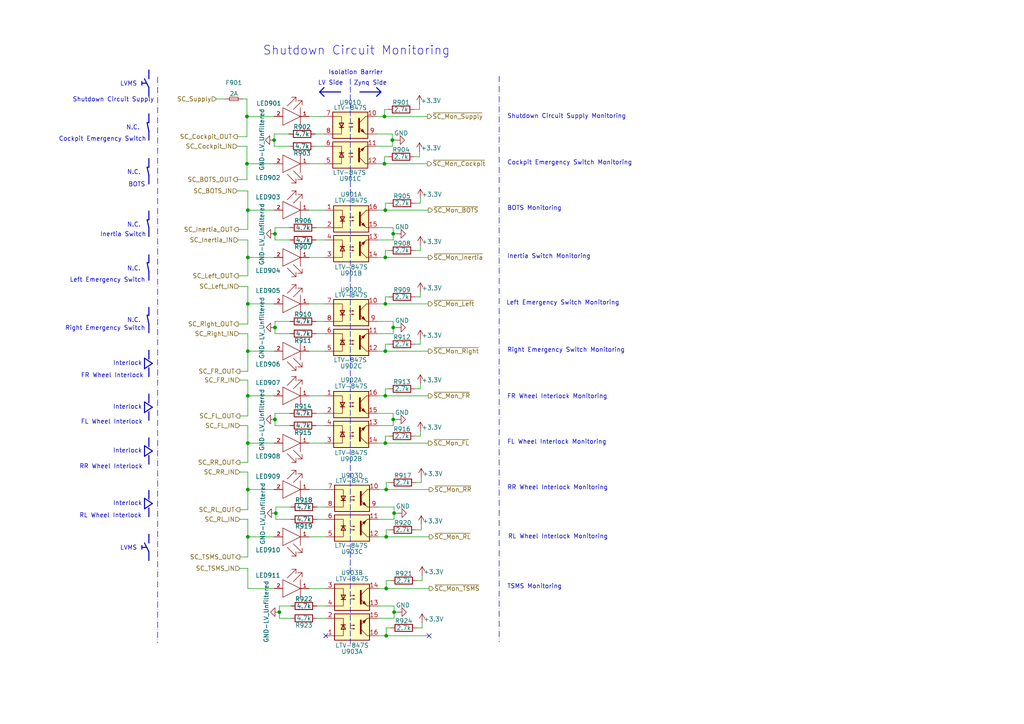
<source format=kicad_sch>
(kicad_sch (version 20231120) (generator "eeschema") (generator_version "8.0")
  (paper "A4")
  (title_block (title "Zynq-Based Master Controller") (date "2020-10-14") (rev "1.0") (company "JFH & SRM"))
  (lib_symbols
    (symbol "Device:Fuse_Small" (pin_numbers hide) (pin_names (offset 0.254) hide)
      (property "Reference" "F" (at 0 -1.524 0))
      (property "Value" "Fuse_Small" (at 0 1.524 0))
      (symbol "Fuse_Small_0_1"
        (rectangle (start -1.27 0.508) (end 1.27 -0.508))
        (polyline (pts (xy -1.27 0) (xy 1.27 0)))
      )
      (symbol "Fuse_Small_1_1"
        (pin passive line (at -2.54 0 0) (length 1.27) (name "~") (number "1"))
        (pin passive line (at 2.54 0 180) (length 1.27) (name "~") (number "2"))
      )
    )
    (symbol "Device:R" (pin_numbers hide) (pin_names (offset 0))
      (property "Reference" "R" (at 2.032 0 90))
      (property "Value" "R" (at 0 0 90))
      (symbol "R_0_1"
        (rectangle (start -1.016 -2.54) (end 1.016 2.54) (stroke (width 0.254)))
      )
      (symbol "R_1_1"
        (pin passive line (at 0 3.81 270) (length 1.27) (name "~") (number "1"))
        (pin passive line (at 0 -3.81 90) (length 1.27) (name "~") (number "2"))
      )
    )
    (symbol "Isolator:LTV-847S" (pin_names (offset 1.016))
      (property "Reference" "U" (at -3.81 5.08 0))
      (property "Value" "LTV-847S" (at 0 -5.08 0))
      (symbol "LTV-847S_0_1"
        (rectangle (start -5.08 3.81) (end 5.08 -3.81) (stroke (width 0.254)) (fill (type background)))
        (polyline (pts (xy -3.175 -0.635) (xy -1.905 -0.635)) (stroke (width 0.254)))
        (polyline (pts (xy 2.54 0.635) (xy 4.445 2.54)))
        (polyline (pts (xy 4.445 -2.54) (xy 2.54 -0.635)) (fill (type outline)))
        (polyline (pts (xy 4.445 -2.54) (xy 5.08 -2.54)))
        (polyline (pts (xy 4.445 2.54) (xy 5.08 2.54)))
        (polyline (pts (xy -2.54 -0.635) (xy -2.54 -2.54) (xy -5.08 -2.54)))
        (polyline (pts (xy 2.54 1.905) (xy 2.54 -1.905) (xy 2.54 -1.905)) (stroke (width 0.508)))
        (polyline (pts (xy -5.08 2.54) (xy -2.54 2.54) (xy -2.54 -1.27) (xy -2.54 0.635)))
        (polyline (pts (xy -2.54 -0.635) (xy -3.175 0.635) (xy -1.905 0.635) (xy -2.54 -0.635)) (stroke (width 0.254)))
        (polyline (pts (xy -0.508 -0.508) (xy 0.762 -0.508) (xy 0.381 -0.635) (xy 0.381 -0.381) (xy 0.762 -0.508)))
        (polyline (pts (xy -0.508 0.508) (xy 0.762 0.508) (xy 0.381 0.381) (xy 0.381 0.635) (xy 0.762 0.508)))
        (polyline (pts (xy 3.048 -1.651) (xy 3.556 -1.143) (xy 4.064 -2.159) (xy 3.048 -1.651) (xy 3.048 -1.651)) (fill (type outline)))
      )
      (symbol "LTV-847S_1_1"
        (pin passive line (at -7.62 2.54 0) (length 2.54) (name "~") (number "1"))
        (pin passive line (at 7.62 -2.54 180) (length 2.54) (name "~") (number "15"))
        (pin passive line (at 7.62 2.54 180) (length 2.54) (name "~") (number "16"))
        (pin passive line (at -7.62 -2.54 0) (length 2.54) (name "~") (number "2"))
      )
      (symbol "LTV-847S_2_1"
        (pin passive line (at 7.62 -2.54 180) (length 2.54) (name "~") (number "13"))
        (pin passive line (at 7.62 2.54 180) (length 2.54) (name "~") (number "14"))
        (pin passive line (at -7.62 2.54 0) (length 2.54) (name "~") (number "3"))
        (pin passive line (at -7.62 -2.54 0) (length 2.54) (name "~") (number "4"))
      )
      (symbol "LTV-847S_3_1"
        (pin passive line (at 7.62 -2.54 180) (length 2.54) (name "~") (number "11"))
        (pin passive line (at 7.62 2.54 180) (length 2.54) (name "~") (number "12"))
        (pin passive line (at -7.62 2.54 0) (length 2.54) (name "~") (number "5"))
        (pin passive line (at -7.62 -2.54 0) (length 2.54) (name "~") (number "6"))
      )
      (symbol "LTV-847S_4_1"
        (pin passive line (at 7.62 2.54 180) (length 2.54) (name "~") (number "10"))
        (pin passive line (at -7.62 2.54 0) (length 2.54) (name "~") (number "7"))
        (pin passive line (at -7.62 -2.54 0) (length 2.54) (name "~") (number "8"))
        (pin passive line (at 7.62 -2.54 180) (length 2.54) (name "~") (number "9"))
      )
    )
    (symbol "Vikings_misc:GND-LV_Unfiltered" (power) (pin_names (offset 0))
      (property "Value" "GND-LV_Unfiltered" (at 0 -3.81 0))
      (symbol "GND-LV_Unfiltered_0_1"
        (polyline (pts (xy 0 0) (xy 0 -1.27) (xy 1.27 -1.27) (xy 0 -2.54) (xy -1.27 -1.27) (xy 0 -1.27)))
      )
      (symbol "GND-LV_Unfiltered_1_1"
        (pin power_in line (at 0 0 270) (length 0) hide (name "GND-LV_Unfiltered") (number "1"))
      )
    )
    (symbol "Vikings_passives:150060BS75000" (pin_names (offset 1.016))
      (property "Reference" "LED" (at 0 10.16 0))
      (property "Value" "150060BS75000" (at 0 12.7 0))
      (symbol "150060BS75000_1_1"
        (polyline (pts (xy 2.54 -2.54) (xy 7.62 0)))
        (polyline (pts (xy 2.54 2.54) (xy 2.54 -2.54)))
        (polyline (pts (xy 2.54 2.54) (xy 7.62 0)))
        (polyline (pts (xy 3.81 3.048) (xy 6.35 5.588)))
        (polyline (pts (xy 5.588 2.032) (xy 8.128 4.572)))
        (polyline (pts (xy 6.35 5.588) (xy 5.08 5.588)))
        (polyline (pts (xy 6.35 5.588) (xy 6.35 4.318)))
        (polyline (pts (xy 7.62 2.54) (xy 7.62 -2.54)))
        (polyline (pts (xy 8.128 4.572) (xy 6.858 4.572)))
        (polyline (pts (xy 8.128 4.572) (xy 8.128 3.302)))
        (pin passive line (at 10.16 0 180) (length 2.54) (name "CATHODE") (number "1"))
        (pin passive line (at 0 0 0) (length 2.54) (name "ANODE") (number "2"))
      )
    )
    (symbol "power:+3.3V" (power) (pin_numbers hide) (pin_names (offset 0) hide)
      (property "Value" "+3.3V" (at 0 3.556 0))
      (symbol "+3.3V_0_1"
        (polyline (pts (xy -0.762 1.27) (xy 0 2.54)))
        (polyline (pts (xy 0 0) (xy 0 2.54)))
        (polyline (pts (xy 0 2.54) (xy 0.762 1.27)))
      )
      (symbol "+3.3V_1_1"
        (pin power_in line (at 0 0 90) (length 0) (name "~") (number "1"))
      )
    )
    (symbol "power:GND" (power) (pin_numbers hide) (pin_names (offset 0) hide)
      (property "Value" "GND" (at 0 -3.81 0))
      (symbol "GND_0_1"
        (polyline (pts (xy 0 0) (xy 0 -1.27) (xy 1.27 -1.27) (xy 0 -2.54) (xy -1.27 -1.27) (xy 0 -1.27)))
      )
      (symbol "GND_1_1"
        (pin power_in line (at 0 0 270) (length 0) (name "~") (number "1"))
      )
    )
  )
  (junction (at 79.502 40.64))
  (junction (at 111.76 128.524))
  (junction (at 79.756 121.666))
  (junction (at 112.014 184.404))
  (junction (at 114.3 177.546))
  (junction (at 111.506 33.782))
  (junction (at 111.76 101.854))
  (junction (at 114.046 67.818))
  (junction (at 113.792 40.64))
  (junction (at 114.3 148.844))
  (junction (at 71.882 88.138))
  (junction (at 80.01 148.844))
  (junction (at 71.882 114.808))
  (junction (at 71.628 47.498))
  (junction (at 79.756 67.818))
  (junction (at 71.882 74.676))
  (junction (at 114.046 94.996))
  (junction (at 81.026 177.546))
  (junction (at 71.882 101.854))
  (junction (at 112.014 155.702))
  (junction (at 79.756 94.996))
  (junction (at 71.882 60.96))
  (junction (at 112.014 141.986))
  (junction (at 71.882 155.702))
  (junction (at 71.882 141.986))
  (junction (at 71.882 128.524))
  (junction (at 114.046 121.666))
  (junction (at 111.76 88.138))
  (junction (at 111.76 74.676))
  (junction (at 112.014 170.688))
  (junction (at 111.506 47.498))
  (junction (at 111.76 114.808))
  (junction (at 111.76 60.96))
  (junction (at 71.628 33.782))
  (no_connect (at 94.488 184.404))
  (no_connect (at 124.46 184.404))
  (wire (pts (xy 79.502 40.64) (xy 79.502 42.418)))
  (polyline (pts (xy 43.18 22.86) (xy 43.18 20.32)) (stroke (width 0.3048) (type solid)))
  (wire (pts (xy 71.882 164.846) (xy 69.596 164.846)))
  (wire (pts (xy 112.014 182.118) (xy 113.284 182.118)))
  (wire (pts (xy 112.014 141.986) (xy 124.46 141.986)))
  (wire (pts (xy 111.76 72.644) (xy 111.76 74.676)))
  (wire (pts (xy 114.046 67.818) (xy 114.046 69.596)))
  (polyline (pts (xy 43.18 157.48) (xy 43.18 154.94)) (stroke (width 0.3048) (type solid)))
  (wire (pts (xy 71.882 141.986) (xy 79.502 141.986)))
  (wire (pts (xy 79.502 38.862) (xy 83.82 38.862)))
  (wire (pts (xy 122.174 152.146) (xy 122.174 153.67)))
  (polyline (pts (xy 45.72 22.352) (xy 45.72 186.436)) (stroke (width 0) (type dash_dot)))
  (wire (pts (xy 111.76 112.776) (xy 112.776 112.776)))
  (wire (pts (xy 111.76 99.822) (xy 111.76 101.854)))
  (wire (pts (xy 65.278 28.702) (xy 62.738 28.702)))
  (wire (pts (xy 112.014 168.402) (xy 113.284 168.402)))
  (wire (pts (xy 71.882 170.688) (xy 79.502 170.688)))
  (wire (pts (xy 84.328 175.768) (xy 81.026 175.768)))
  (wire (pts (xy 112.014 184.404) (xy 124.46 184.404)))
  (wire (pts (xy 109.474 119.888) (xy 114.046 119.888)))
  (wire (pts (xy 115.062 121.666) (xy 114.046 121.666)))
  (wire (pts (xy 71.882 107.696) (xy 71.882 101.854)))
  (polyline (pts (xy 43.18 91.44) (xy 43.18 89.154)) (stroke (width 0.3048) (type solid)))
  (wire (pts (xy 71.628 42.418) (xy 68.834 42.418)))
  (wire (pts (xy 111.76 112.776) (xy 111.76 114.808)))
  (wire (pts (xy 71.882 170.688) (xy 71.882 164.846)))
  (wire (pts (xy 71.882 93.98) (xy 69.088 93.98)))
  (wire (pts (xy 114.3 175.768) (xy 114.3 177.546)))
  (wire (pts (xy 121.92 57.404) (xy 121.92 58.928)))
  (wire (pts (xy 114.3 147.066) (xy 114.3 148.844)))
  (wire (pts (xy 79.756 119.888) (xy 84.074 119.888)))
  (wire (pts (xy 111.76 126.492) (xy 112.776 126.492)))
  (wire (pts (xy 71.882 60.96) (xy 79.502 60.96)))
  (wire (pts (xy 111.76 58.928) (xy 112.776 58.928)))
  (wire (pts (xy 112.014 139.954) (xy 113.03 139.954)))
  (wire (pts (xy 89.662 114.808) (xy 94.234 114.808)))
  (wire (pts (xy 71.882 55.372) (xy 68.834 55.372)))
  (polyline (pts (xy 41.91 106.934) (xy 44.196 105.41)) (stroke (width 0.3048) (type solid)))
  (polyline (pts (xy 43.18 63.754) (xy 42.672 63.754)) (stroke (width 0.3048) (type dash)))
  (wire (pts (xy 114.046 66.04) (xy 114.046 67.818)))
  (wire (pts (xy 109.474 128.524) (xy 111.76 128.524)))
  (wire (pts (xy 71.882 80.01) (xy 71.882 74.676)))
  (wire (pts (xy 94.234 123.444) (xy 91.694 123.444)))
  (wire (pts (xy 71.882 147.828) (xy 69.596 147.828)))
  (wire (pts (xy 109.474 88.138) (xy 111.76 88.138)))
  (polyline (pts (xy 41.91 144.526) (xy 41.91 147.574)) (stroke (width 0.3048) (type solid)))
  (wire (pts (xy 111.506 31.75) (xy 111.506 33.782)))
  (wire (pts (xy 121.92 84.582) (xy 121.92 86.106)))
  (wire (pts (xy 114.046 94.996) (xy 114.046 96.774)))
  (wire (pts (xy 89.662 74.676) (xy 94.234 74.676)))
  (polyline (pts (xy 44.196 146.05) (xy 41.91 144.526)) (stroke (width 0.3048) (type solid)))
  (wire (pts (xy 69.088 80.01) (xy 71.882 80.01)))
  (polyline (pts (xy 43.18 129.54) (xy 43.18 127)) (stroke (width 0.3048) (type solid)))
  (wire (pts (xy 70.358 28.702) (xy 71.628 28.702)))
  (wire (pts (xy 109.474 60.96) (xy 111.76 60.96)))
  (wire (pts (xy 71.882 74.676) (xy 79.502 74.676)))
  (polyline (pts (xy 43.18 27.94) (xy 43.18 25.4)) (stroke (width 0.3048) (type solid)))
  (wire (pts (xy 111.506 47.498) (xy 123.952 47.498)))
  (polyline (pts (xy 43.18 93.98) (xy 42.672 91.44)) (stroke (width 0.3048) (type solid)))
  (wire (pts (xy 71.882 128.524) (xy 71.882 123.444)))
  (polyline (pts (xy 43.18 35.56) (xy 43.18 33.02)) (stroke (width 0.3048) (type solid)))
  (wire (pts (xy 122.174 138.43) (xy 122.174 139.954)))
  (wire (pts (xy 120.396 126.492) (xy 121.92 126.492)))
  (wire (pts (xy 81.026 175.768) (xy 81.026 177.546)))
  (polyline (pts (xy 43.18 35.56) (xy 42.672 35.56)) (stroke (width 0.3048) (type dash)))
  (wire (pts (xy 109.728 175.768) (xy 114.3 175.768)))
  (wire (pts (xy 84.074 69.596) (xy 79.756 69.596)))
  (polyline (pts (xy 43.18 81.28) (xy 43.18 78.74)) (stroke (width 0.3048) (type solid)))
  (polyline (pts (xy 44.196 118.11) (xy 41.91 116.586)) (stroke (width 0.3048) (type solid)))
  (wire (pts (xy 94.488 147.066) (xy 91.948 147.066)))
  (polyline (pts (xy 41.148 23.622) (xy 41.148 24.638)) (stroke (width 0.3048) (type solid)))
  (wire (pts (xy 89.662 33.782) (xy 93.98 33.782)))
  (wire (pts (xy 122.428 180.594) (xy 122.428 182.118)))
  (wire (pts (xy 109.22 42.418) (xy 113.792 42.418)))
  (wire (pts (xy 94.488 150.622) (xy 91.948 150.622)))
  (polyline (pts (xy 43.18 78.74) (xy 42.672 76.2)) (stroke (width 0.3048) (type solid)))
  (wire (pts (xy 109.22 38.862) (xy 113.792 38.862)))
  (wire (pts (xy 71.882 88.138) (xy 71.882 93.98)))
  (wire (pts (xy 111.76 126.492) (xy 111.76 128.524)))
  (wire (pts (xy 71.882 128.524) (xy 79.502 128.524)))
  (wire (pts (xy 109.474 93.218) (xy 114.046 93.218)))
  (wire (pts (xy 94.488 179.324) (xy 91.948 179.324)))
  (wire (pts (xy 71.882 161.544) (xy 71.882 155.702)))
  (wire (pts (xy 114.3 150.622) (xy 109.728 150.622)))
  (wire (pts (xy 112.014 155.702) (xy 124.46 155.702)))
  (wire (pts (xy 71.882 66.548) (xy 69.088 66.548)))
  (wire (pts (xy 111.506 31.75) (xy 112.522 31.75)))
  (polyline (pts (xy 41.91 129.286) (xy 41.91 132.334)) (stroke (width 0.3048) (type solid)))
  (wire (pts (xy 115.316 177.546) (xy 114.3 177.546)))
  (polyline (pts (xy 43.18 91.44) (xy 42.672 91.44)) (stroke (width 0.3048) (type dash)))
  (wire (pts (xy 71.882 110.236) (xy 69.596 110.236)))
  (wire (pts (xy 94.234 96.774) (xy 91.694 96.774)))
  (wire (pts (xy 71.628 47.498) (xy 79.502 47.498)))
  (wire (pts (xy 71.628 33.782) (xy 71.628 39.624)))
  (polyline (pts (xy 104.394 26.67) (xy 110.49 26.67)) (stroke (width 0.3048) (type solid)))
  (wire (pts (xy 80.01 147.066) (xy 84.328 147.066)))
  (wire (pts (xy 109.474 114.808) (xy 111.76 114.808)))
  (polyline (pts (xy 41.91 147.574) (xy 44.196 146.05)) (stroke (width 0.3048) (type solid)))
  (wire (pts (xy 114.046 93.218) (xy 114.046 94.996)))
  (wire (pts (xy 109.728 155.702) (xy 112.014 155.702)))
  (wire (pts (xy 111.506 45.466) (xy 111.506 47.498)))
  (wire (pts (xy 71.882 136.906) (xy 69.596 136.906)))
  (wire (pts (xy 121.92 98.298) (xy 121.92 99.822)))
  (wire (pts (xy 71.882 83.058) (xy 69.342 83.058)))
  (wire (pts (xy 109.728 170.688) (xy 112.014 170.688)))
  (wire (pts (xy 115.062 94.996) (xy 114.046 94.996)))
  (polyline (pts (xy 43.18 116.84) (xy 43.18 114.3)) (stroke (width 0.3048) (type solid)))
  (wire (pts (xy 71.882 96.774) (xy 69.342 96.774)))
  (wire (pts (xy 79.756 66.04) (xy 84.074 66.04)))
  (wire (pts (xy 111.76 60.96) (xy 124.206 60.96)))
  (wire (pts (xy 71.882 123.444) (xy 69.596 123.444)))
  (wire (pts (xy 94.488 175.768) (xy 91.948 175.768)))
  (polyline (pts (xy 44.196 105.41) (xy 41.91 103.886)) (stroke (width 0.3048) (type solid)))
  (wire (pts (xy 71.882 69.596) (xy 69.088 69.596)))
  (wire (pts (xy 121.666 30.226) (xy 121.666 31.75)))
  (polyline (pts (xy 43.18 50.8) (xy 42.672 48.514)) (stroke (width 0.3048) (type solid)))
  (wire (pts (xy 83.82 42.418) (xy 79.502 42.418)))
  (polyline (pts (xy 42.418 24.13) (xy 41.148 24.13)) (stroke (width 0.3048) (type solid)))
  (wire (pts (xy 114.3 177.546) (xy 114.3 179.324)))
  (wire (pts (xy 111.76 114.808) (xy 124.206 114.808)))
  (wire (pts (xy 109.474 101.854) (xy 111.76 101.854)))
  (wire (pts (xy 71.882 134.112) (xy 69.596 134.112)))
  (wire (pts (xy 109.474 74.676) (xy 111.76 74.676)))
  (polyline (pts (xy 41.91 103.886) (xy 41.91 106.934)) (stroke (width 0.3048) (type solid)))
  (polyline (pts (xy 43.18 144.78) (xy 43.18 142.24)) (stroke (width 0.3048) (type solid)))
  (wire (pts (xy 71.882 120.65) (xy 69.596 120.65)))
  (wire (pts (xy 71.628 47.498) (xy 71.628 42.418)))
  (wire (pts (xy 112.014 153.67) (xy 113.03 153.67)))
  (wire (pts (xy 89.662 155.702) (xy 94.488 155.702)))
  (wire (pts (xy 89.662 141.986) (xy 94.488 141.986)))
  (wire (pts (xy 112.014 139.954) (xy 112.014 141.986)))
  (wire (pts (xy 109.728 141.986) (xy 112.014 141.986)))
  (wire (pts (xy 89.662 101.854) (xy 94.234 101.854)))
  (wire (pts (xy 111.76 128.524) (xy 124.206 128.524)))
  (polyline (pts (xy 41.91 119.634) (xy 44.196 118.11)) (stroke (width 0.3048) (type solid)))
  (wire (pts (xy 109.22 47.498) (xy 111.506 47.498)))
  (wire (pts (xy 89.662 128.524) (xy 94.234 128.524)))
  (wire (pts (xy 114.808 40.64) (xy 113.792 40.64)))
  (polyline (pts (xy 43.18 53.34) (xy 43.18 50.8)) (stroke (width 0.3048) (type solid)))
  (wire (pts (xy 71.882 128.524) (xy 71.882 134.112)))
  (wire (pts (xy 113.792 38.862) (xy 113.792 40.64)))
  (wire (pts (xy 120.142 45.466) (xy 121.666 45.466)))
  (wire (pts (xy 71.882 155.702) (xy 71.882 150.622)))
  (wire (pts (xy 79.756 121.666) (xy 79.756 123.444)))
  (wire (pts (xy 120.904 168.402) (xy 122.428 168.402)))
  (polyline (pts (xy 43.18 68.58) (xy 43.18 66.04)) (stroke (width 0.3048) (type solid)))
  (wire (pts (xy 93.98 38.862) (xy 91.44 38.862)))
  (wire (pts (xy 71.628 52.07) (xy 71.628 47.498)))
  (wire (pts (xy 114.046 69.596) (xy 109.474 69.596)))
  (wire (pts (xy 71.882 60.96) (xy 71.882 55.372)))
  (wire (pts (xy 121.92 71.12) (xy 121.92 72.644)))
  (wire (pts (xy 84.328 150.622) (xy 80.01 150.622)))
  (wire (pts (xy 109.22 33.782) (xy 111.506 33.782)))
  (wire (pts (xy 111.76 101.854) (xy 124.206 101.854)))
  (wire (pts (xy 71.882 155.702) (xy 79.502 155.702)))
  (wire (pts (xy 81.026 177.546) (xy 81.026 179.324)))
  (polyline (pts (xy 43.18 25.4) (xy 41.91 22.86)) (stroke (width 0.3048) (type solid)))
  (wire (pts (xy 84.074 96.774) (xy 79.756 96.774)))
  (wire (pts (xy 89.662 88.138) (xy 94.234 88.138)))
  (wire (pts (xy 120.65 153.67) (xy 122.174 153.67)))
  (wire (pts (xy 120.65 139.954) (xy 122.174 139.954)))
  (wire (pts (xy 71.882 141.986) (xy 71.882 136.906)))
  (polyline (pts (xy 43.18 96.52) (xy 43.18 93.98)) (stroke (width 0.3048) (type solid)))
  (wire (pts (xy 71.882 114.808) (xy 79.502 114.808)))
  (polyline (pts (xy 43.18 66.04) (xy 42.672 63.754)) (stroke (width 0.3048) (type solid)))
  (polyline (pts (xy 43.18 109.22) (xy 43.18 106.68)) (stroke (width 0.3048) (type solid)))
  (wire (pts (xy 121.92 124.968) (xy 121.92 126.492)))
  (wire (pts (xy 115.062 67.818) (xy 114.046 67.818)))
  (wire (pts (xy 120.904 182.118) (xy 122.428 182.118)))
  (wire (pts (xy 71.628 33.782) (xy 71.628 28.702)))
  (polyline (pts (xy 42.418 158.75) (xy 41.148 158.75)) (stroke (width 0.3048) (type solid)))
  (wire (pts (xy 79.756 66.04) (xy 79.756 67.818)))
  (polyline (pts (xy 43.18 160.02) (xy 41.91 157.48)) (stroke (width 0.3048) (type solid)))
  (wire (pts (xy 89.662 60.96) (xy 94.234 60.96)))
  (wire (pts (xy 120.396 86.106) (xy 121.92 86.106)))
  (wire (pts (xy 109.728 147.066) (xy 114.3 147.066)))
  (polyline (pts (xy 41.91 116.586) (xy 41.91 119.634)) (stroke (width 0.3048) (type solid)))
  (wire (pts (xy 79.756 119.888) (xy 79.756 121.666)))
  (wire (pts (xy 121.92 111.252) (xy 121.92 112.776)))
  (polyline (pts (xy 43.18 48.514) (xy 42.672 48.514)) (stroke (width 0.3048) (type dash)))
  (wire (pts (xy 94.234 69.596) (xy 91.694 69.596)))
  (wire (pts (xy 79.756 94.996) (xy 79.756 96.774)))
  (wire (pts (xy 79.756 93.218) (xy 84.074 93.218)))
  (wire (pts (xy 111.76 88.138) (xy 124.206 88.138)))
  (wire (pts (xy 114.046 119.888) (xy 114.046 121.666)))
  (wire (pts (xy 71.882 88.138) (xy 79.502 88.138)))
  (wire (pts (xy 71.882 150.622) (xy 69.596 150.622)))
  (wire (pts (xy 109.474 66.04) (xy 114.046 66.04)))
  (wire (pts (xy 112.014 153.67) (xy 112.014 155.702)))
  (wire (pts (xy 79.502 38.862) (xy 79.502 40.64)))
  (wire (pts (xy 111.76 72.644) (xy 112.776 72.644)))
  (wire (pts (xy 112.014 168.402) (xy 112.014 170.688)))
  (wire (pts (xy 113.792 40.64) (xy 113.792 42.418)))
  (wire (pts (xy 111.76 86.106) (xy 112.776 86.106)))
  (polyline (pts (xy 144.78 22.098) (xy 144.78 186.182)) (stroke (width 0) (type dash_dot)))
  (wire (pts (xy 71.882 114.808) (xy 71.882 110.236)))
  (wire (pts (xy 120.142 31.75) (xy 121.666 31.75)))
  (wire (pts (xy 122.428 166.878) (xy 122.428 168.402)))
  (wire (pts (xy 112.014 182.118) (xy 112.014 184.404)))
  (wire (pts (xy 111.76 99.822) (xy 112.776 99.822)))
  (polyline (pts (xy 43.18 38.1) (xy 42.672 35.56)) (stroke (width 0.3048) (type solid)))
  (wire (pts (xy 94.234 119.888) (xy 91.694 119.888)))
  (wire (pts (xy 111.76 58.928) (xy 111.76 60.96)))
  (polyline (pts (xy 43.18 149.86) (xy 43.18 147.32)) (stroke (width 0.3048) (type solid)))
  (polyline (pts (xy 43.18 40.64) (xy 43.18 38.1)) (stroke (width 0.3048) (type solid)))
  (wire (pts (xy 120.396 112.776) (xy 121.92 112.776)))
  (wire (pts (xy 71.882 60.96) (xy 71.882 66.548)))
  (wire (pts (xy 71.628 33.782) (xy 79.502 33.782)))
  (wire (pts (xy 80.01 147.066) (xy 80.01 148.844)))
  (polyline (pts (xy 44.196 130.81) (xy 41.91 129.286)) (stroke (width 0.3048) (type solid)))
  (wire (pts (xy 68.834 52.07) (xy 71.628 52.07)))
  (polyline (pts (xy 93.98 27.94) (xy 92.71 26.67)) (stroke (width 0.3048) (type solid)))
  (wire (pts (xy 69.596 107.696) (xy 71.882 107.696)))
  (wire (pts (xy 71.882 141.986) (xy 71.882 147.828)))
  (wire (pts (xy 89.662 170.688) (xy 94.488 170.688)))
  (wire (pts (xy 79.756 93.218) (xy 79.756 94.996)))
  (wire (pts (xy 71.882 88.138) (xy 71.882 83.058)))
  (polyline (pts (xy 43.18 48.514) (xy 43.18 45.974)) (stroke (width 0.3048) (type solid)))
  (wire (pts (xy 94.234 66.04) (xy 91.694 66.04)))
  (polyline (pts (xy 43.18 134.62) (xy 43.18 132.08)) (stroke (width 0.3048) (type solid)))
  (wire (pts (xy 115.316 148.844) (xy 114.3 148.844)))
  (wire (pts (xy 71.882 74.676) (xy 71.882 69.596)))
  (polyline (pts (xy 101.6 22.86) (xy 101.6 186.944)) (stroke (width 0) (type dash)))
  (wire (pts (xy 112.014 170.688) (xy 124.46 170.688)))
  (wire (pts (xy 114.3 148.844) (xy 114.3 150.622)))
  (wire (pts (xy 111.76 74.676) (xy 124.206 74.676)))
  (wire (pts (xy 120.396 99.822) (xy 121.92 99.822)))
  (wire (pts (xy 121.666 43.942) (xy 121.666 45.466)))
  (wire (pts (xy 93.98 42.418) (xy 91.44 42.418)))
  (polyline (pts (xy 92.71 26.67) (xy 93.98 25.4)) (stroke (width 0.3048) (type solid)))
  (polyline (pts (xy 41.148 158.242) (xy 41.148 159.258)) (stroke (width 0.3048) (type solid)))
  (polyline (pts (xy 41.91 132.334) (xy 44.196 130.81)) (stroke (width 0.3048) (type solid)))
  (wire (pts (xy 111.76 86.106) (xy 111.76 88.138)))
  (polyline (pts (xy 43.18 162.56) (xy 43.18 160.02)) (stroke (width 0.3048) (type solid)))
  (wire (pts (xy 111.506 33.782) (xy 123.952 33.782)))
  (wire (pts (xy 114.046 96.774) (xy 109.474 96.774)))
  (polyline (pts (xy 43.18 121.92) (xy 43.18 119.38)) (stroke (width 0.3048) (type solid)))
  (wire (pts (xy 69.596 161.544) (xy 71.882 161.544)))
  (wire (pts (xy 94.234 93.218) (xy 91.694 93.218)))
  (wire (pts (xy 84.074 123.444) (xy 79.756 123.444)))
  (wire (pts (xy 114.3 179.324) (xy 109.728 179.324)))
  (wire (pts (xy 114.046 121.666) (xy 114.046 123.444)))
  (polyline (pts (xy 43.18 63.754) (xy 43.18 61.214)) (stroke (width 0.3048) (type solid)))
  (wire (pts (xy 89.662 47.498) (xy 93.98 47.498)))
  (wire (pts (xy 71.628 39.624) (xy 68.834 39.624)))
  (polyline (pts (xy 109.22 27.94) (xy 110.49 26.67)) (stroke (width 0.3048) (type solid)))
  (wire (pts (xy 120.396 58.928) (xy 121.92 58.928)))
  (polyline (pts (xy 43.18 104.14) (xy 43.18 101.6)) (stroke (width 0.3048) (type solid)))
  (wire (pts (xy 80.01 148.844) (xy 80.01 150.622)))
  (wire (pts (xy 79.756 67.818) (xy 79.756 69.596)))
  (wire (pts (xy 111.506 45.466) (xy 112.522 45.466)))
  (polyline (pts (xy 110.49 26.67) (xy 109.22 25.4)) (stroke (width 0.3048) (type solid)))
  (polyline (pts (xy 43.18 76.2) (xy 43.18 73.914)) (stroke (width 0.3048) (type solid)))
  (wire (pts (xy 71.882 114.808) (xy 71.882 120.65)))
  (wire (pts (xy 114.046 123.444) (xy 109.474 123.444)))
  (wire (pts (xy 109.728 184.404) (xy 112.014 184.404)))
  (polyline (pts (xy 98.806 26.67) (xy 92.71 26.67)) (stroke (width 0.3048) (type solid)))
  (wire (pts (xy 120.396 72.644) (xy 121.92 72.644)))
  (wire (pts (xy 84.328 179.324) (xy 81.026 179.324)))
  (polyline (pts (xy 43.18 76.2) (xy 42.672 76.2)) (stroke (width 0.3048) (type dash)))
  (wire (pts (xy 71.882 101.854) (xy 79.502 101.854)))
  (wire (pts (xy 71.882 101.854) (xy 71.882 96.774)))
  (text "BOTS Monitoring" (at 147.066 61.214 0) (effects (font (size 1.27 1.27)) (justify left bottom)))
  (text "FR Wheel Interlock" (at 41.656 109.728 0) (effects (font (size 1.27 1.27)) (justify right bottom)))
  (text "N.C." (at 36.83 50.8 0) (effects (font (size 1.27 1.27)) (justify left bottom)))
  (text "N.C." (at 36.576 37.846 0) (effects (font (size 1.27 1.27)) (justify left bottom)))
  (text "Interlock" (at 32.766 118.872 0) (effects (font (size 1.27 1.27)) (justify left bottom)))
  (text "FL Wheel Interlock Monitoring" (at 147.066 129.032 0) (effects (font (size 1.27 1.27)) (justify left bottom)))
  (text "TSMS Monitoring" (at 147.066 170.942 0) (effects (font (size 1.27 1.27)) (justify left bottom)))
  (text "Interlock" (at 32.766 106.172 0) (effects (font (size 1.27 1.27)) (justify left bottom)))
  (text "Cockpit Emergency Switch" (at 17.018 41.148 0) (effects (font (size 1.27 1.27)) (justify left bottom)))
  (text "Inertia Switch Monitoring" (at 147.066 75.184 0) (effects (font (size 1.27 1.27)) (justify left bottom)))
  (text "Shutdown Circuit Supply" (at 44.704 29.718 0) (effects (font (size 1.27 1.27)) (justify right bottom)))
  (text "N.C." (at 36.83 93.726 0) (effects (font (size 1.27 1.27)) (justify left bottom)))
  (text "Shutdown Circuit Monitoring" (at 76.2 16.256 0) (effects (font (size 2.54 2.54)) (justify left bottom)))
  (text "LVMS" (at 34.798 25.146 0) (effects (font (size 1.27 1.27)) (justify left bottom)))
  (text "RL Wheel Interlock" (at 41.148 150.368 0) (effects (font (size 1.27 1.27)) (justify right bottom)))
  (text "N.C." (at 36.83 66.04 0) (effects (font (size 1.27 1.27)) (justify left bottom)))
  (text "Inertia Switch" (at 42.418 68.834 0) (effects (font (size 1.27 1.27)) (justify right bottom)))
  (text "LV Side" (at 92.202 24.892 0) (effects (font (size 1.27 1.27)) (justify left bottom)))
  (text "BOTS" (at 42.164 54.356 0) (effects (font (size 1.27 1.27)) (justify right bottom)))
  (text "Zynq Side" (at 112.268 24.892 0) (effects (font (size 1.27 1.27)) (justify right bottom)))
  (text "Cockpit Emergency Switch Monitoring" (at 183.388 48.006 0) (effects (font (size 1.27 1.27)) (justify right bottom)))
  (text "Left Emergency Switch" (at 42.164 82.042 0) (effects (font (size 1.27 1.27)) (justify right bottom)))
  (text "RR Wheel Interlock" (at 41.402 136.144 0) (effects (font (size 1.27 1.27)) (justify right bottom)))
  (text "Right Emergency Switch Monitoring" (at 147.066 102.362 0) (effects (font (size 1.27 1.27)) (justify left bottom)))
  (text "Shutdown Circuit Supply Monitoring" (at 147.066 34.544 0) (effects (font (size 1.27 1.27)) (justify left bottom)))
  (text "FR Wheel Interlock Monitoring" (at 147.066 115.824 0) (effects (font (size 1.27 1.27)) (justify left bottom)))
  (text "Right Emergency Switch" (at 42.164 96.012 0) (effects (font (size 1.27 1.27)) (justify right bottom)))
  (text "RR Wheel Interlock Monitoring" (at 147.066 142.24 0) (effects (font (size 1.27 1.27)) (justify left bottom)))
  (text "N.C." (at 36.83 78.74 0) (effects (font (size 1.27 1.27)) (justify left bottom)))
  (text "Left Emergency Switch Monitoring" (at 146.812 88.646 0) (effects (font (size 1.27 1.27)) (justify left bottom)))
  (text "Interlock" (at 32.766 146.812 0) (effects (font (size 1.27 1.27)) (justify left bottom)))
  (text "FL Wheel Interlock" (at 41.402 123.19 0) (effects (font (size 1.27 1.27)) (justify right bottom)))
  (text "RL Wheel Interlock Monitoring" (at 147.32 156.464 0) (effects (font (size 1.27 1.27)) (justify left bottom)))
  (text "Interlock" (at 32.766 131.572 0) (effects (font (size 1.27 1.27)) (justify left bottom)))
  (text "Isolation Barrier" (at 95.25 21.844 0) (effects (font (size 1.27 1.27)) (justify left bottom)))
  (text "LVMS" (at 34.798 159.766 0) (effects (font (size 1.27 1.27)) (justify left bottom)))
  (hierarchical_label "~{SC_Mon_TSMS}" (shape output) (at 124.46 170.688 0))
  (hierarchical_label "~{SC_Mon_BOTS}" (shape output) (at 124.206 60.96 0))
  (hierarchical_label "SC_FL_IN" (shape input) (at 69.596 123.444 180))
  (hierarchical_label "~{SC_Mon_Cockpit}" (shape output) (at 123.952 47.498 0))
  (hierarchical_label "SC_RL_IN" (shape input) (at 69.596 150.622 180))
  (hierarchical_label "SC_Cockpit_IN" (shape input) (at 68.834 42.418 180))
  (hierarchical_label "SC_Cockpit_OUT" (shape output) (at 68.834 39.624 180))
  (hierarchical_label "SC_BOTS_OUT" (shape output) (at 68.834 52.07 180))
  (hierarchical_label "SC_RL_OUT" (shape output) (at 69.596 147.828 180))
  (hierarchical_label "~{SC_Mon_Supply}" (shape output) (at 123.952 33.782 0))
  (hierarchical_label "SC_TSMS_OUT" (shape output) (at 69.596 161.544 180))
  (hierarchical_label "SC_Inertia_OUT" (shape output) (at 69.088 66.548 180))
  (hierarchical_label "SC_Inertia_IN" (shape input) (at 69.088 69.596 180))
  (hierarchical_label "~{SC_Mon_RR}" (shape output) (at 124.46 141.986 0))
  (hierarchical_label "~{SC_Mon_Left}" (shape output) (at 124.206 88.138 0))
  (hierarchical_label "~{SC_Mon_RL}" (shape output) (at 124.46 155.702 0))
  (hierarchical_label "SC_RR_IN" (shape input) (at 69.596 136.906 180))
  (hierarchical_label "SC_FR_IN" (shape input) (at 69.596 110.236 180))
  (hierarchical_label "SC_Right_IN" (shape input) (at 69.342 96.774 180))
  (hierarchical_label "SC_RR_OUT" (shape output) (at 69.596 134.112 180))
  (hierarchical_label "SC_FL_OUT" (shape output) (at 69.596 120.65 180))
  (hierarchical_label "~{SC_Mon_Inertia}" (shape output) (at 124.206 74.676 0))
  (hierarchical_label "~{SC_Mon_FL}" (shape output) (at 124.206 128.524 0))
  (hierarchical_label "SC_Left_OUT" (shape output) (at 69.088 80.01 180))
  (hierarchical_label "~{SC_Mon_FR}" (shape output) (at 124.206 114.808 0))
  (hierarchical_label "~{SC_Mon_Right}" (shape output) (at 124.206 101.854 0))
  (hierarchical_label "SC_Right_OUT" (shape output) (at 69.088 93.98 180))
  (hierarchical_label "SC_BOTS_IN" (shape input) (at 68.834 55.372 180))
  (hierarchical_label "SC_FR_OUT" (shape output) (at 69.596 107.696 180))
  (hierarchical_label "SC_Left_IN" (shape input) (at 69.342 83.058 180))
  (hierarchical_label "SC_TSMS_IN" (shape input) (at 69.596 164.846 180))
  (hierarchical_label "SC_Supply" (shape input) (at 62.738 28.702 180))
  (symbol (lib_id "Device:R") (at 87.63 38.862 270) (unit 1)
    (property "Reference" "R902" (at 87.63 36.83 90))
    (property "Value" "4.7k" (at 87.63 38.862 90))
    (property "Footprint" "Resistor_SMD:R_0805_2012Metric" (effects (hide yes)))
  )
  (symbol (lib_id "Device:R") (at 87.63 42.418 270) (mirror x) (unit 1)
    (property "Reference" "R903" (at 87.63 44.45 90))
    (property "Value" "4.7k" (at 87.63 42.418 90))
    (property "Footprint" "Resistor_SMD:R_0805_2012Metric" (effects (hide yes)))
  )
  (symbol (lib_id "Device:R") (at 87.884 66.04 270) (unit 1)
    (property "Reference" "R906" (at 87.884 64.008 90))
    (property "Value" "4.7k" (at 87.884 66.04 90))
    (property "Footprint" "Resistor_SMD:R_0805_2012Metric" (effects (hide yes)))
  )
  (symbol (lib_id "Device:R") (at 87.884 69.596 270) (mirror x) (unit 1)
    (property "Reference" "R907" (at 87.884 71.628 90))
    (property "Value" "4.7k" (at 87.884 69.596 90))
    (property "Footprint" "Resistor_SMD:R_0805_2012Metric" (effects (hide yes)))
  )
  (symbol (lib_id "Device:R") (at 87.884 93.218 270) (unit 1)
    (property "Reference" "R910" (at 87.884 91.186 90))
    (property "Value" "4.7k" (at 87.884 93.218 90))
    (property "Footprint" "Resistor_SMD:R_0805_2012Metric" (effects (hide yes)))
  )
  (symbol (lib_id "Device:R") (at 87.884 96.774 270) (mirror x) (unit 1)
    (property "Reference" "R911" (at 87.884 98.806 90))
    (property "Value" "4.7k" (at 87.884 96.774 90))
    (property "Footprint" "Resistor_SMD:R_0805_2012Metric" (effects (hide yes)))
  )
  (symbol (lib_id "Device:R") (at 116.332 31.75 270) (unit 1)
    (property "Reference" "R901" (at 116.332 29.718 90))
    (property "Value" "2.7k" (at 116.332 31.75 90))
    (property "Footprint" "Resistor_SMD:R_0603_1608Metric" (effects (hide yes)))
  )
  (symbol (lib_id "power:+3.3V") (at 121.666 30.226 0) (unit 1)
    (property "Reference" "#PWR0323" (effects (hide yes)))
    (property "Value" "+3.3V" (at 124.968 29.21 0))
  )
  (symbol (lib_id "power:GND") (at 114.808 40.64 90) (unit 1)
    (property "Reference" "#PWR0324" (effects (hide yes)))
    (property "Value" "GND" (at 114.3 38.608 90) (effects (justify right)))
  )
  (symbol (lib_id "Device:R") (at 116.332 45.466 270) (unit 1)
    (property "Reference" "R904" (at 116.332 43.434 90))
    (property "Value" "2.7k" (at 116.332 45.466 90))
    (property "Footprint" "Resistor_SMD:R_0603_1608Metric" (effects (hide yes)))
  )
  (symbol (lib_id "power:+3.3V") (at 121.666 43.942 0) (unit 1)
    (property "Reference" "#PWR0325" (effects (hide yes)))
    (property "Value" "+3.3V" (at 124.968 42.926 0))
  )
  (symbol (lib_id "Device:R") (at 116.586 58.928 270) (unit 1)
    (property "Reference" "R905" (at 116.586 56.896 90))
    (property "Value" "2.7k" (at 116.586 58.928 90))
    (property "Footprint" "Resistor_SMD:R_0603_1608Metric" (effects (hide yes)))
  )
  (symbol (lib_id "power:+3.3V") (at 121.92 57.404 0) (unit 1)
    (property "Reference" "#PWR0326" (effects (hide yes)))
    (property "Value" "+3.3V" (at 125.222 56.388 0))
  )
  (symbol (lib_id "power:GND") (at 115.062 67.818 90) (unit 1)
    (property "Reference" "#PWR0327" (effects (hide yes)))
    (property "Value" "GND" (at 114.554 65.786 90) (effects (justify right)))
  )
  (symbol (lib_id "Device:R") (at 116.586 72.644 270) (unit 1)
    (property "Reference" "R908" (at 116.586 70.612 90))
    (property "Value" "2.7k" (at 116.586 72.644 90))
    (property "Footprint" "Resistor_SMD:R_0603_1608Metric" (effects (hide yes)))
  )
  (symbol (lib_id "power:+3.3V") (at 121.92 71.12 0) (unit 1)
    (property "Reference" "#PWR0328" (effects (hide yes)))
    (property "Value" "+3.3V" (at 125.222 70.104 0))
  )
  (symbol (lib_id "Device:R") (at 116.586 86.106 270) (unit 1)
    (property "Reference" "R909" (at 116.586 84.074 90))
    (property "Value" "2.7k" (at 116.586 86.106 90))
    (property "Footprint" "Resistor_SMD:R_0603_1608Metric" (effects (hide yes)))
  )
  (symbol (lib_id "power:+3.3V") (at 121.92 84.582 0) (unit 1)
    (property "Reference" "#PWR0329" (effects (hide yes)))
    (property "Value" "+3.3V" (at 125.222 83.566 0))
  )
  (symbol (lib_id "power:GND") (at 115.062 94.996 90) (unit 1)
    (property "Reference" "#PWR0330" (effects (hide yes)))
    (property "Value" "GND" (at 114.554 92.964 90) (effects (justify right)))
  )
  (symbol (lib_id "Device:R") (at 116.586 99.822 270) (unit 1)
    (property "Reference" "R912" (at 116.586 97.79 90))
    (property "Value" "2.7k" (at 116.586 99.822 90))
    (property "Footprint" "Resistor_SMD:R_0603_1608Metric" (effects (hide yes)))
  )
  (symbol (lib_id "power:+3.3V") (at 121.92 98.298 0) (unit 1)
    (property "Reference" "#PWR0331" (effects (hide yes)))
    (property "Value" "+3.3V" (at 125.222 97.282 0))
  )
  (symbol (lib_id "Isolator:LTV-847S") (at 101.854 63.5 0) (unit 1)
    (property "Reference" "U901" (at 101.854 56.388 0))
    (property "Value" "LTV-847S" (at 101.854 58.166 0))
    (property "Footprint" "Package_DIP:SMDIP-16_W9.53mm" (effects (hide yes)))
    (property "Datasheet" "http://www.us.liteon.com/downloads/LTV-817-827-847.PDF" (effects (hide yes)))
  )
  (symbol (lib_id "Isolator:LTV-847S") (at 101.854 72.136 0) (mirror x) (unit 2)
    (property "Reference" "U901" (at 101.854 79.248 0))
    (property "Value" "LTV-847S" (at 101.854 77.47 0))
    (property "Footprint" "Package_DIP:SMDIP-16_W9.53mm" (effects (hide yes)))
    (property "Datasheet" "http://www.us.liteon.com/downloads/LTV-817-827-847.PDF" (effects (hide yes)))
  )
  (symbol (lib_id "Isolator:LTV-847S") (at 101.6 44.958 0) (mirror x) (unit 3)
    (property "Reference" "U901" (at 101.6 51.816 0))
    (property "Value" "LTV-847S" (at 101.346 50.038 0))
    (property "Footprint" "Package_DIP:SMDIP-16_W9.53mm" (effects (hide yes)))
    (property "Datasheet" "http://www.us.liteon.com/downloads/LTV-817-827-847.PDF" (effects (hide yes)))
  )
  (symbol (lib_id "Isolator:LTV-847S") (at 101.6 36.322 0) (unit 4)
    (property "Reference" "U901" (at 101.6 29.718 0))
    (property "Value" "LTV-847S" (at 101.6 31.242 0))
    (property "Footprint" "Package_DIP:SMDIP-16_W9.53mm" (effects (hide yes)))
    (property "Datasheet" "http://www.us.liteon.com/downloads/LTV-817-827-847.PDF" (effects (hide yes)))
  )
  (symbol (lib_id "Device:R") (at 87.884 119.888 270) (unit 1)
    (property "Reference" "R914" (at 87.884 117.856 90))
    (property "Value" "4.7k" (at 87.884 119.888 90))
    (property "Footprint" "Resistor_SMD:R_0805_2012Metric" (effects (hide yes)))
  )
  (symbol (lib_id "Device:R") (at 87.884 123.444 270) (mirror x) (unit 1)
    (property "Reference" "R915" (at 87.884 125.476 90))
    (property "Value" "4.7k" (at 87.884 123.444 90))
    (property "Footprint" "Resistor_SMD:R_0805_2012Metric" (effects (hide yes)))
  )
  (symbol (lib_id "Device:R") (at 116.586 112.776 270) (unit 1)
    (property "Reference" "R913" (at 116.586 110.744 90))
    (property "Value" "2.7k" (at 116.586 112.776 90))
    (property "Footprint" "Resistor_SMD:R_0603_1608Metric" (effects (hide yes)))
  )
  (symbol (lib_id "power:+3.3V") (at 121.92 111.252 0) (unit 1)
    (property "Reference" "#PWR0332" (effects (hide yes)))
    (property "Value" "+3.3V" (at 125.222 110.236 0))
  )
  (symbol (lib_id "power:GND") (at 115.062 121.666 90) (unit 1)
    (property "Reference" "#PWR0333" (effects (hide yes)))
    (property "Value" "GND" (at 114.554 119.634 90) (effects (justify right)))
  )
  (symbol (lib_id "Device:R") (at 116.586 126.492 270) (unit 1)
    (property "Reference" "R916" (at 116.586 124.46 90))
    (property "Value" "2.7k" (at 116.586 126.492 90))
    (property "Footprint" "Resistor_SMD:R_0603_1608Metric" (effects (hide yes)))
  )
  (symbol (lib_id "power:+3.3V") (at 121.92 124.968 0) (unit 1)
    (property "Reference" "#PWR0334" (effects (hide yes)))
    (property "Value" "+3.3V" (at 125.222 123.952 0))
  )
  (symbol (lib_id "Isolator:LTV-847S") (at 102.108 181.864 0) (mirror x) (unit 1)
    (property "Reference" "U903" (at 102.108 188.976 0))
    (property "Value" "LTV-847S" (at 102.108 187.198 0))
    (property "Footprint" "Package_DIP:SMDIP-16_W9.53mm" (effects (hide yes)))
    (property "Datasheet" "http://www.us.liteon.com/downloads/LTV-817-827-847.PDF" (effects (hide yes)))
  )
  (symbol (lib_id "Isolator:LTV-847S") (at 102.108 173.228 0) (unit 2)
    (property "Reference" "U903" (at 102.108 166.116 0))
    (property "Value" "LTV-847S" (at 102.108 167.894 0))
    (property "Footprint" "Package_DIP:SMDIP-16_W9.53mm" (effects (hide yes)))
    (property "Datasheet" "http://www.us.liteon.com/downloads/LTV-817-827-847.PDF" (effects (hide yes)))
  )
  (symbol (lib_id "Isolator:LTV-847S") (at 102.108 153.162 0) (mirror x) (unit 3)
    (property "Reference" "U903" (at 102.108 160.02 0))
    (property "Value" "LTV-847S" (at 101.854 158.242 0))
    (property "Footprint" "Package_DIP:SMDIP-16_W9.53mm" (effects (hide yes)))
    (property "Datasheet" "http://www.us.liteon.com/downloads/LTV-817-827-847.PDF" (effects (hide yes)))
    (property "Manufacturer" "Lite-On" (effects (hide yes)))
    (property "Man. Part No." "LTV-847S" (effects (hide yes)))
  )
  (symbol (lib_id "Isolator:LTV-847S") (at 102.108 144.526 0) (unit 4)
    (property "Reference" "U903" (at 102.108 137.922 0))
    (property "Value" "LTV-847S" (at 102.108 139.446 0))
    (property "Footprint" "Package_DIP:SMDIP-16_W9.53mm" (effects (hide yes)))
    (property "Datasheet" "http://www.us.liteon.com/downloads/LTV-817-827-847.PDF" (effects (hide yes)))
  )
  (symbol (lib_id "Device:R") (at 88.138 147.066 270) (unit 1)
    (property "Reference" "R918" (at 88.138 145.034 90))
    (property "Value" "4.7k" (at 88.138 147.066 90))
    (property "Footprint" "Resistor_SMD:R_0805_2012Metric" (effects (hide yes)))
  )
  (symbol (lib_id "Device:R") (at 88.138 150.622 270) (mirror x) (unit 1)
    (property "Reference" "R919" (at 88.138 152.654 90))
    (property "Value" "4.7k" (at 88.138 150.622 90))
    (property "Footprint" "Resistor_SMD:R_0805_2012Metric" (effects (hide yes)))
  )
  (symbol (lib_id "Device:R") (at 116.84 139.954 270) (unit 1)
    (property "Reference" "R917" (at 116.84 137.922 90))
    (property "Value" "2.7k" (at 116.84 139.954 90))
    (property "Footprint" "Resistor_SMD:R_0603_1608Metric" (effects (hide yes)))
  )
  (symbol (lib_id "power:+3.3V") (at 122.174 138.43 0) (unit 1)
    (property "Reference" "#PWR0335" (effects (hide yes)))
    (property "Value" "+3.3V" (at 125.476 137.414 0))
  )
  (symbol (lib_id "power:GND") (at 115.316 148.844 90) (unit 1)
    (property "Reference" "#PWR0336" (effects (hide yes)))
    (property "Value" "GND" (at 114.808 146.812 90) (effects (justify right)))
  )
  (symbol (lib_id "Device:R") (at 116.84 153.67 270) (unit 1)
    (property "Reference" "R920" (at 116.84 151.638 90))
    (property "Value" "2.7k" (at 116.84 153.67 90))
    (property "Footprint" "Resistor_SMD:R_0603_1608Metric" (effects (hide yes)))
  )
  (symbol (lib_id "power:+3.3V") (at 122.174 152.146 0) (unit 1)
    (property "Reference" "#PWR0337" (effects (hide yes)))
    (property "Value" "+3.3V" (at 125.476 151.13 0))
  )
  (symbol (lib_id "Isolator:LTV-847S") (at 101.854 117.348 0) (unit 1)
    (property "Reference" "U902" (at 101.854 110.236 0))
    (property "Value" "LTV-847S" (at 101.854 112.014 0))
    (property "Footprint" "Package_DIP:SMDIP-16_W9.53mm" (effects (hide yes)))
    (property "Datasheet" "http://www.us.liteon.com/downloads/LTV-817-827-847.PDF" (effects (hide yes)))
  )
  (symbol (lib_id "Isolator:LTV-847S") (at 101.854 125.984 0) (mirror x) (unit 2)
    (property "Reference" "U902" (at 101.854 133.096 0))
    (property "Value" "LTV-847S" (at 101.854 131.318 0))
    (property "Footprint" "Package_DIP:SMDIP-16_W9.53mm" (effects (hide yes)))
    (property "Datasheet" "http://www.us.liteon.com/downloads/LTV-817-827-847.PDF" (effects (hide yes)))
  )
  (symbol (lib_id "Isolator:LTV-847S") (at 101.854 99.314 0) (mirror x) (unit 3)
    (property "Reference" "U902" (at 101.854 106.172 0))
    (property "Value" "LTV-847S" (at 101.6 104.394 0))
    (property "Footprint" "Package_DIP:SMDIP-16_W9.53mm" (effects (hide yes)))
    (property "Datasheet" "http://www.us.liteon.com/downloads/LTV-817-827-847.PDF" (effects (hide yes)))
  )
  (symbol (lib_id "Isolator:LTV-847S") (at 101.854 90.678 0) (unit 4)
    (property "Reference" "U902" (at 101.854 84.074 0))
    (property "Value" "LTV-847S" (at 101.854 85.598 0))
    (property "Footprint" "Package_DIP:SMDIP-16_W9.53mm" (effects (hide yes)))
    (property "Datasheet" "http://www.us.liteon.com/downloads/LTV-817-827-847.PDF" (effects (hide yes)))
  )
  (symbol (lib_id "Device:R") (at 88.138 175.768 270) (unit 1)
    (property "Reference" "R922" (at 88.138 173.736 90))
    (property "Value" "4.7k" (at 88.138 175.768 90))
    (property "Footprint" "Resistor_SMD:R_0805_2012Metric" (effects (hide yes)))
  )
  (symbol (lib_id "Device:R") (at 117.094 168.402 270) (unit 1)
    (property "Reference" "R921" (at 117.094 166.37 90))
    (property "Value" "2.7k" (at 117.094 168.402 90))
    (property "Footprint" "Resistor_SMD:R_0603_1608Metric" (effects (hide yes)))
  )
  (symbol (lib_id "power:+3.3V") (at 122.428 166.878 0) (unit 1)
    (property "Reference" "#PWR0338" (effects (hide yes)))
    (property "Value" "+3.3V" (at 125.73 165.862 0))
  )
  (symbol (lib_id "Device:R") (at 88.138 179.324 270) (mirror x) (unit 1)
    (property "Reference" "R923" (at 88.138 181.356 90))
    (property "Value" "4.7k" (at 88.138 179.324 90))
    (property "Footprint" "Resistor_SMD:R_0805_2012Metric" (effects (hide yes)))
  )
  (symbol (lib_id "power:GND") (at 115.316 177.546 90) (unit 1)
    (property "Reference" "#PWR0339" (effects (hide yes)))
    (property "Value" "GND" (at 114.808 175.514 90) (effects (justify right)))
  )
  (symbol (lib_id "Device:R") (at 117.094 182.118 270) (unit 1)
    (property "Reference" "R924" (at 117.094 180.086 90))
    (property "Value" "2.7k" (at 117.094 182.118 90))
    (property "Footprint" "Resistor_SMD:R_0603_1608Metric" (effects (hide yes)))
  )
  (symbol (lib_id "power:+3.3V") (at 122.428 180.594 0) (unit 1)
    (property "Reference" "#PWR0340" (effects (hide yes)))
    (property "Value" "+3.3V" (at 125.73 179.578 0))
  )
  (symbol (lib_id "Device:Fuse_Small") (at 67.818 28.702 0) (unit 1)
    (property "Reference" "F901" (at 67.818 24.003 0))
    (property "Value" "2A" (at 67.818 27.178 0))
    (property "Footprint" "Vikings_misc:LittelfuseMiniBlade01530008Z" (effects (hide yes)))
    (property "Datasheet" "https://www.mouser.dk/datasheet/2/240/Littelfuse_MINI_Datasheet-1077557.pdf" (effects (hide yes)))
    (property "Manufacturer" "Littelfuse" (effects (hide yes)))
    (property "Man. Part No." "0297002.WXNV" (effects (hide yes)))
  )
  (symbol (lib_id "Vikings_passives:150060BS75000") (at 79.502 88.138 0) (unit 1)
    (property "Reference" "LED905" (at 77.724 84.328 0))
    (property "Value" "150060BS75000" (effects (hide yes)))
    (property "Footprint" "Vikings_devices:Wurth_150060BS75000" (effects (hide yes)))
    (property "Datasheet" "https://www.mouser.dk/datasheet/2/445/150060BS75000-1714099.pdf" (effects (hide yes)))
    (property "Color" "Blue" (effects (hide yes)))
    (property "Component Link 1 Description" "Manufacturer URL" (effects (hide yes)))
    (property "Component Link 1 URL" "http://www.we-online.com" (effects (hide yes)))
    (property "category" "UNK" (effects (hide yes)))
    (property "ciiva ids" "12518860" (effects (hide yes)))
    (property "library id" "c86f0b01d77e687a" (effects (hide yes)))
    (property "manufacturer" "Wuerth Elektronik" (effects (hide yes)))
    (property "package" "0603_A" (effects (hide yes)))
    (property "release date" "1421305860" (effects (hide yes)))
    (property "vault revision" "5144AC10-0A10-433C-B4D0-D5D668B210EE" (effects (hide yes)))
    (property "imported" "yes" (effects (hide yes)))
  )
  (symbol (lib_id "Vikings_passives:150060BS75000") (at 79.502 74.676 0) (mirror x) (unit 1)
    (property "Reference" "LED904" (at 77.724 78.486 0))
    (property "Value" "150060BS75000" (effects (hide yes)))
    (property "Footprint" "Vikings_devices:Wurth_150060BS75000" (effects (hide yes)))
    (property "Datasheet" "https://www.mouser.dk/datasheet/2/445/150060BS75000-1714099.pdf" (effects (hide yes)))
    (property "Color" "Blue" (effects (hide yes)))
    (property "Component Link 1 Description" "Manufacturer URL" (effects (hide yes)))
    (property "Component Link 1 URL" "http://www.we-online.com" (effects (hide yes)))
    (property "category" "UNK" (effects (hide yes)))
    (property "ciiva ids" "12518860" (effects (hide yes)))
    (property "library id" "c86f0b01d77e687a" (effects (hide yes)))
    (property "manufacturer" "Wuerth Elektronik" (effects (hide yes)))
    (property "package" "0603_A" (effects (hide yes)))
    (property "release date" "1421305860" (effects (hide yes)))
    (property "vault revision" "5144AC10-0A10-433C-B4D0-D5D668B210EE" (effects (hide yes)))
    (property "imported" "yes" (effects (hide yes)))
  )
  (symbol (lib_id "Vikings_passives:150060BS75000") (at 79.502 60.96 0) (unit 1)
    (property "Reference" "LED903" (at 77.724 57.15 0))
    (property "Value" "150060BS75000" (effects (hide yes)))
    (property "Footprint" "Vikings_devices:Wurth_150060BS75000" (effects (hide yes)))
    (property "Datasheet" "https://www.mouser.dk/datasheet/2/445/150060BS75000-1714099.pdf" (effects (hide yes)))
    (property "Color" "Blue" (effects (hide yes)))
    (property "Component Link 1 Description" "Manufacturer URL" (effects (hide yes)))
    (property "Component Link 1 URL" "http://www.we-online.com" (effects (hide yes)))
    (property "category" "UNK" (effects (hide yes)))
    (property "ciiva ids" "12518860" (effects (hide yes)))
    (property "library id" "c86f0b01d77e687a" (effects (hide yes)))
    (property "manufacturer" "Wuerth Elektronik" (effects (hide yes)))
    (property "package" "0603_A" (effects (hide yes)))
    (property "release date" "1421305860" (effects (hide yes)))
    (property "vault revision" "5144AC10-0A10-433C-B4D0-D5D668B210EE" (effects (hide yes)))
    (property "imported" "yes" (effects (hide yes)))
  )
  (symbol (lib_id "Vikings_passives:150060BS75000") (at 79.502 47.498 0) (mirror x) (unit 1)
    (property "Reference" "LED902" (at 77.724 51.562 0))
    (property "Value" "150060BS75000" (effects (hide yes)))
    (property "Footprint" "Vikings_devices:Wurth_150060BS75000" (effects (hide yes)))
    (property "Datasheet" "https://www.mouser.dk/datasheet/2/445/150060BS75000-1714099.pdf" (effects (hide yes)))
    (property "Color" "Blue" (effects (hide yes)))
    (property "Component Link 1 Description" "Manufacturer URL" (effects (hide yes)))
    (property "Component Link 1 URL" "http://www.we-online.com" (effects (hide yes)))
    (property "category" "UNK" (effects (hide yes)))
    (property "ciiva ids" "12518860" (effects (hide yes)))
    (property "library id" "c86f0b01d77e687a" (effects (hide yes)))
    (property "manufacturer" "Wuerth Elektronik" (effects (hide yes)))
    (property "package" "0603_A" (effects (hide yes)))
    (property "release date" "1421305860" (effects (hide yes)))
    (property "vault revision" "5144AC10-0A10-433C-B4D0-D5D668B210EE" (effects (hide yes)))
    (property "imported" "yes" (effects (hide yes)))
  )
  (symbol (lib_id "Vikings_passives:150060BS75000") (at 79.502 33.782 0) (unit 1)
    (property "Reference" "LED901" (at 77.978 29.972 0))
    (property "Value" "150060BS75000" (effects (hide yes)))
    (property "Footprint" "Vikings_devices:Wurth_150060BS75000" (effects (hide yes)))
    (property "Datasheet" "https://www.mouser.dk/datasheet/2/445/150060BS75000-1714099.pdf" (effects (hide yes)))
    (property "Color" "Blue" (effects (hide yes)))
    (property "Component Link 1 Description" "Manufacturer URL" (effects (hide yes)))
    (property "Component Link 1 URL" "http://www.we-online.com" (effects (hide yes)))
    (property "category" "UNK" (effects (hide yes)))
    (property "ciiva ids" "12518860" (effects (hide yes)))
    (property "library id" "c86f0b01d77e687a" (effects (hide yes)))
    (property "manufacturer" "Wuerth Elektronik" (effects (hide yes)))
    (property "package" "0603_A" (effects (hide yes)))
    (property "release date" "1421305860" (effects (hide yes)))
    (property "vault revision" "5144AC10-0A10-433C-B4D0-D5D668B210EE" (effects (hide yes)))
    (property "imported" "yes" (effects (hide yes)))
  )
  (symbol (lib_id "Vikings_passives:150060BS75000") (at 79.502 101.854 0) (mirror x) (unit 1)
    (property "Reference" "LED906" (at 77.724 105.664 0))
    (property "Value" "150060BS75000" (effects (hide yes)))
    (property "Footprint" "Vikings_devices:Wurth_150060BS75000" (effects (hide yes)))
    (property "Datasheet" "https://www.mouser.dk/datasheet/2/445/150060BS75000-1714099.pdf" (effects (hide yes)))
    (property "Color" "Blue" (effects (hide yes)))
    (property "Component Link 1 Description" "Manufacturer URL" (effects (hide yes)))
    (property "Component Link 1 URL" "http://www.we-online.com" (effects (hide yes)))
    (property "category" "UNK" (effects (hide yes)))
    (property "ciiva ids" "12518860" (effects (hide yes)))
    (property "library id" "c86f0b01d77e687a" (effects (hide yes)))
    (property "manufacturer" "Wuerth Elektronik" (effects (hide yes)))
    (property "package" "0603_A" (effects (hide yes)))
    (property "release date" "1421305860" (effects (hide yes)))
    (property "vault revision" "5144AC10-0A10-433C-B4D0-D5D668B210EE" (effects (hide yes)))
    (property "imported" "yes" (effects (hide yes)))
  )
  (symbol (lib_id "Vikings_passives:150060BS75000") (at 79.502 114.808 0) (unit 1)
    (property "Reference" "LED907" (at 77.724 110.998 0))
    (property "Value" "150060BS75000" (effects (hide yes)))
    (property "Footprint" "Vikings_devices:Wurth_150060BS75000" (effects (hide yes)))
    (property "Datasheet" "https://www.mouser.dk/datasheet/2/445/150060BS75000-1714099.pdf" (effects (hide yes)))
    (property "Color" "Blue" (effects (hide yes)))
    (property "Component Link 1 Description" "Manufacturer URL" (effects (hide yes)))
    (property "Component Link 1 URL" "http://www.we-online.com" (effects (hide yes)))
    (property "category" "UNK" (effects (hide yes)))
    (property "ciiva ids" "12518860" (effects (hide yes)))
    (property "library id" "c86f0b01d77e687a" (effects (hide yes)))
    (property "manufacturer" "Wuerth Elektronik" (effects (hide yes)))
    (property "package" "0603_A" (effects (hide yes)))
    (property "release date" "1421305860" (effects (hide yes)))
    (property "vault revision" "5144AC10-0A10-433C-B4D0-D5D668B210EE" (effects (hide yes)))
    (property "imported" "yes" (effects (hide yes)))
  )
  (symbol (lib_id "Vikings_passives:150060BS75000") (at 79.502 128.524 0) (mirror x) (unit 1)
    (property "Reference" "LED908" (at 77.724 132.334 0))
    (property "Value" "150060BS75000" (effects (hide yes)))
    (property "Footprint" "Vikings_devices:Wurth_150060BS75000" (effects (hide yes)))
    (property "Datasheet" "https://www.mouser.dk/datasheet/2/445/150060BS75000-1714099.pdf" (effects (hide yes)))
    (property "Color" "Blue" (effects (hide yes)))
    (property "Component Link 1 Description" "Manufacturer URL" (effects (hide yes)))
    (property "Component Link 1 URL" "http://www.we-online.com" (effects (hide yes)))
    (property "category" "UNK" (effects (hide yes)))
    (property "ciiva ids" "12518860" (effects (hide yes)))
    (property "library id" "c86f0b01d77e687a" (effects (hide yes)))
    (property "manufacturer" "Wuerth Elektronik" (effects (hide yes)))
    (property "package" "0603_A" (effects (hide yes)))
    (property "release date" "1421305860" (effects (hide yes)))
    (property "vault revision" "5144AC10-0A10-433C-B4D0-D5D668B210EE" (effects (hide yes)))
    (property "imported" "yes" (effects (hide yes)))
  )
  (symbol (lib_id "Vikings_passives:150060BS75000") (at 79.502 141.986 0) (unit 1)
    (property "Reference" "LED909" (at 77.724 138.176 0))
    (property "Value" "150060BS75000" (effects (hide yes)))
    (property "Footprint" "Vikings_devices:Wurth_150060BS75000" (effects (hide yes)))
    (property "Datasheet" "https://www.mouser.dk/datasheet/2/445/150060BS75000-1714099.pdf" (effects (hide yes)))
    (property "Color" "Blue" (effects (hide yes)))
    (property "Component Link 1 Description" "Manufacturer URL" (effects (hide yes)))
    (property "Component Link 1 URL" "http://www.we-online.com" (effects (hide yes)))
    (property "category" "UNK" (effects (hide yes)))
    (property "ciiva ids" "12518860" (effects (hide yes)))
    (property "library id" "c86f0b01d77e687a" (effects (hide yes)))
    (property "manufacturer" "Wuerth Elektronik" (effects (hide yes)))
    (property "package" "0603_A" (effects (hide yes)))
    (property "release date" "1421305860" (effects (hide yes)))
    (property "vault revision" "5144AC10-0A10-433C-B4D0-D5D668B210EE" (effects (hide yes)))
    (property "imported" "yes" (effects (hide yes)))
  )
  (symbol (lib_id "Vikings_passives:150060BS75000") (at 79.502 155.702 0) (mirror x) (unit 1)
    (property "Reference" "LED910" (at 77.724 159.512 0))
    (property "Value" "150060BS75000" (effects (hide yes)))
    (property "Footprint" "Vikings_devices:Wurth_150060BS75000" (effects (hide yes)))
    (property "Datasheet" "https://www.mouser.dk/datasheet/2/445/150060BS75000-1714099.pdf" (effects (hide yes)))
    (property "Color" "Blue" (effects (hide yes)))
    (property "Component Link 1 Description" "Manufacturer URL" (effects (hide yes)))
    (property "Component Link 1 URL" "http://www.we-online.com" (effects (hide yes)))
    (property "category" "UNK" (effects (hide yes)))
    (property "ciiva ids" "12518860" (effects (hide yes)))
    (property "library id" "c86f0b01d77e687a" (effects (hide yes)))
    (property "manufacturer" "Wuerth Elektronik" (effects (hide yes)))
    (property "package" "0603_A" (effects (hide yes)))
    (property "release date" "1421305860" (effects (hide yes)))
    (property "vault revision" "5144AC10-0A10-433C-B4D0-D5D668B210EE" (effects (hide yes)))
    (property "imported" "yes" (effects (hide yes)))
  )
  (symbol (lib_id "Vikings_passives:150060BS75000") (at 79.502 170.688 0) (unit 1)
    (property "Reference" "LED911" (at 77.724 166.878 0))
    (property "Value" "150060BS75000" (effects (hide yes)))
    (property "Footprint" "Vikings_devices:Wurth_150060BS75000" (effects (hide yes)))
    (property "Datasheet" "https://www.mouser.dk/datasheet/2/445/150060BS75000-1714099.pdf" (effects (hide yes)))
    (property "Color" "Blue" (effects (hide yes)))
    (property "Component Link 1 Description" "Manufacturer URL" (effects (hide yes)))
    (property "Component Link 1 URL" "http://www.we-online.com" (effects (hide yes)))
    (property "category" "UNK" (effects (hide yes)))
    (property "ciiva ids" "12518860" (effects (hide yes)))
    (property "library id" "c86f0b01d77e687a" (effects (hide yes)))
    (property "manufacturer" "Wuerth Elektronik" (effects (hide yes)))
    (property "package" "0603_A" (effects (hide yes)))
    (property "release date" "1421305860" (effects (hide yes)))
    (property "vault revision" "5144AC10-0A10-433C-B4D0-D5D668B210EE" (effects (hide yes)))
    (property "imported" "yes" (effects (hide yes)))
  )
  (symbol (lib_id "Vikings_misc:GND-LV_Unfiltered") (at 81.026 177.546 270) (unit 1)
    (property "Reference" "#PWR0341" (effects (hide yes)))
    (property "Value" "GND-LV_Unfiltered" (at 77.216 186.436 0) (effects (justify right)))
  )
  (symbol (lib_id "Vikings_misc:GND-LV_Unfiltered") (at 80.01 148.844 270) (unit 1)
    (property "Reference" "#PWR0342" (effects (hide yes)))
    (property "Value" "GND-LV_Unfiltered" (at 76.2 157.988 0) (effects (justify right)))
  )
  (symbol (lib_id "Vikings_misc:GND-LV_Unfiltered") (at 79.756 121.666 270) (unit 1)
    (property "Reference" "#PWR0343" (effects (hide yes)))
    (property "Value" "GND-LV_Unfiltered" (at 75.946 130.81 0) (effects (justify right)))
  )
  (symbol (lib_id "Vikings_misc:GND-LV_Unfiltered") (at 79.756 94.996 270) (unit 1)
    (property "Reference" "#PWR0344" (effects (hide yes)))
    (property "Value" "GND-LV_Unfiltered" (at 75.946 104.14 0) (effects (justify right)))
  )
  (symbol (lib_id "Vikings_misc:GND-LV_Unfiltered") (at 79.756 67.818 270) (unit 1)
    (property "Reference" "#PWR0345" (effects (hide yes)))
    (property "Value" "GND-LV_Unfiltered" (at 75.946 76.962 0) (effects (justify right)))
  )
  (symbol (lib_id "Vikings_misc:GND-LV_Unfiltered") (at 79.502 40.64 270) (unit 1)
    (property "Reference" "#PWR0346" (effects (hide yes)))
    (property "Value" "GND-LV_Unfiltered" (at 75.946 49.53 0) (effects (justify right)))
  )
)
</source>
